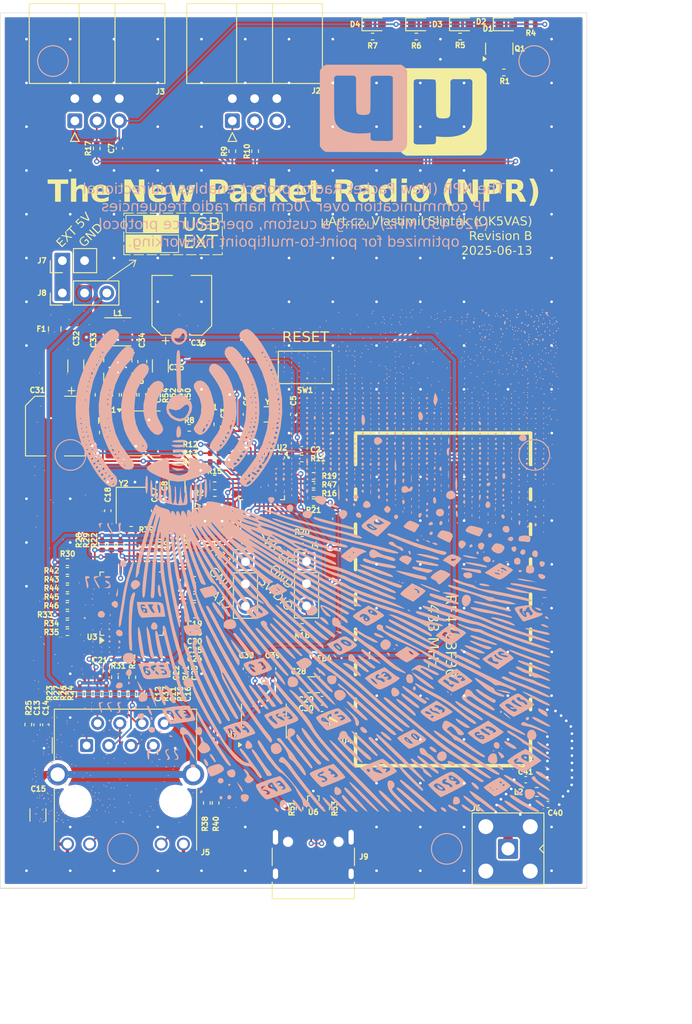
<source format=kicad_pcb>
(kicad_pcb
	(version 20241229)
	(generator "pcbnew")
	(generator_version "9.0")
	(general
		(thickness 1.6)
		(legacy_teardrops no)
	)
	(paper "A4")
	(title_block
		(title "The New Packet Radio (NPR)")
		(date "2025-06-13")
		(rev "B")
		(company "µArt.cz")
		(comment 1 "Vlastimil Slinták (OK5VAS)")
	)
	(layers
		(0 "F.Cu" signal)
		(2 "B.Cu" signal)
		(9 "F.Adhes" user "F.Adhesive")
		(11 "B.Adhes" user "B.Adhesive")
		(13 "F.Paste" user)
		(15 "B.Paste" user)
		(5 "F.SilkS" user "F.Silkscreen")
		(7 "B.SilkS" user "B.Silkscreen")
		(1 "F.Mask" user)
		(3 "B.Mask" user)
		(17 "Dwgs.User" user "User.Drawings")
		(19 "Cmts.User" user "User.Comments")
		(21 "Eco1.User" user "User.Eco1")
		(23 "Eco2.User" user "User.Eco2")
		(25 "Edge.Cuts" user)
		(27 "Margin" user)
		(31 "F.CrtYd" user "F.Courtyard")
		(29 "B.CrtYd" user "B.Courtyard")
		(35 "F.Fab" user)
		(33 "B.Fab" user)
		(39 "User.1" user)
		(41 "User.2" user)
		(43 "User.3" user)
		(45 "User.4" user)
	)
	(setup
		(pad_to_mask_clearance 0)
		(allow_soldermask_bridges_in_footprints no)
		(tenting front back)
		(aux_axis_origin 183.225 135.75)
		(grid_origin 183.225 135.75)
		(pcbplotparams
			(layerselection 0x00000000_00000000_55555555_5755f5ff)
			(plot_on_all_layers_selection 0x00000000_00000000_00000000_00000000)
			(disableapertmacros no)
			(usegerberextensions no)
			(usegerberattributes yes)
			(usegerberadvancedattributes yes)
			(creategerberjobfile yes)
			(dashed_line_dash_ratio 12.000000)
			(dashed_line_gap_ratio 3.000000)
			(svgprecision 4)
			(plotframeref no)
			(mode 1)
			(useauxorigin no)
			(hpglpennumber 1)
			(hpglpenspeed 20)
			(hpglpendiameter 15.000000)
			(pdf_front_fp_property_popups yes)
			(pdf_back_fp_property_popups yes)
			(pdf_metadata yes)
			(pdf_single_document no)
			(dxfpolygonmode yes)
			(dxfimperialunits yes)
			(dxfusepcbnewfont yes)
			(psnegative no)
			(psa4output no)
			(plot_black_and_white yes)
			(sketchpadsonfab no)
			(plotpadnumbers no)
			(hidednponfab no)
			(sketchdnponfab yes)
			(crossoutdnponfab yes)
			(subtractmaskfromsilk no)
			(outputformat 1)
			(mirror no)
			(drillshape 1)
			(scaleselection 1)
			(outputdirectory "")
		)
	)
	(net 0 "")
	(net 1 "GND")
	(net 2 "+3V3")
	(net 3 "/AVDD")
	(net 4 "Net-(U2-NRST)")
	(net 5 "Net-(U2-PC14)")
	(net 6 "Net-(U2-PC15)")
	(net 7 "/Ethernet/WZNT_DVCC")
	(net 8 "Net-(J5-RD+)")
	(net 9 "Net-(C11-Pad2)")
	(net 10 "Net-(C12-Pad2)")
	(net 11 "Net-(J5-RD-)")
	(net 12 "Net-(J5-TCT)")
	(net 13 "Net-(J5-RCT)")
	(net 14 "Net-(U3-XI{slash}CLKIN)")
	(net 15 "Net-(U3-XO)")
	(net 16 "Net-(U3-1V2O)")
	(net 17 "Net-(U3-TOCAP)")
	(net 18 "/Ethernet/WZNT_AVCC")
	(net 19 "Net-(U4-VCC)")
	(net 20 "+5V")
	(net 21 "Net-(U5-EN)")
	(net 22 "Net-(D1-K)")
	(net 23 "/LED_RX")
	(net 24 "Net-(D2-K)")
	(net 25 "Net-(D3-K)")
	(net 26 "/LED_CON")
	(net 27 "Net-(D4-K)")
	(net 28 "Net-(J8-Pin_2)")
	(net 29 "/TXD")
	(net 30 "/RXD")
	(net 31 "Net-(J3-Pin_3)")
	(net 32 "Net-(J2-Pin_1)")
	(net 33 "/Ethernet/ACT_LED")
	(net 34 "Net-(J2-Pin_3)")
	(net 35 "unconnected-(J2-Pin_5-Pad5)")
	(net 36 "/Ethernet/LINK_LED")
	(net 37 "Net-(J4-Pin_3)")
	(net 38 "/Power/VBUS")
	(net 39 "Net-(J4-Pin_1)")
	(net 40 "Net-(U7-V3)")
	(net 41 "Net-(J5-TD-)")
	(net 42 "unconnected-(J5-NC-Pad7)")
	(net 43 "Net-(J5-TD+)")
	(net 44 "Net-(U5-L2)")
	(net 45 "Net-(U5-L1)")
	(net 46 "Net-(Q1-B)")
	(net 47 "/LED_TX")
	(net 48 "Net-(U1-SIO1)")
	(net 49 "/SPI1_MISO")
	(net 50 "Net-(U1-SIO3)")
	(net 51 "Net-(U2-PH3)")
	(net 52 "Net-(U2-PA2)")
	(net 53 "/Radio/GPIO_{0}")
	(net 54 "/GPIO_{11}")
	(net 55 "/GPIO_{10}")
	(net 56 "Net-(U2-PA5)")
	(net 57 "/Radio/CLK")
	(net 58 "Net-(U2-PA7)")
	(net 59 "/Radio/MOSI")
	(net 60 "Net-(U2-PB3)")
	(net 61 "/SPI1_CLK")
	(net 62 "Net-(U2-PB5)")
	(net 63 "/SPI1_MOSI")
	(net 64 "Net-(U2-PA13)")
	(net 65 "Net-(U2-PA14)")
	(net 66 "Net-(U2-PA15)")
	(net 67 "Net-(U3-TXN)")
	(net 68 "Net-(U3-TXP)")
	(net 69 "Net-(U3-MISO)")
	(net 70 "Net-(U3-RXN)")
	(net 71 "Net-(U3-RXP)")
	(net 72 "Net-(U3-PMODE2)")
	(net 73 "Net-(U3-PMODE1)")
	(net 74 "Net-(U3-PMODE0)")
	(net 75 "Net-(U3-LINKLED)")
	(net 76 "Net-(U3-ACTLED)")
	(net 77 "Net-(U3-EXRES1)")
	(net 78 "Net-(J7-Pin_1)")
	(net 79 "Net-(J9-CC2)")
	(net 80 "Net-(R42-Pad2)")
	(net 81 "Net-(R43-Pad2)")
	(net 82 "Net-(R44-Pad2)")
	(net 83 "/Radio/MISO")
	(net 84 "Net-(U4-SDO)")
	(net 85 "unconnected-(J9-SBU2-PadB8)")
	(net 86 "Net-(U5-FB)")
	(net 87 "Net-(J9-CC1)")
	(net 88 "/SRAM_CS")
	(net 89 "unconnected-(U1-SIO2-Pad3)")
	(net 90 "/RF_SDN")
	(net 91 "/Radio/~{CS}")
	(net 92 "/RF_INT")
	(net 93 "unconnected-(U3-VBG-Pad18)")
	(net 94 "unconnected-(U3-NC-Pad46)")
	(net 95 "unconnected-(U3-SPDLED-Pad24)")
	(net 96 "unconnected-(U3-DUPLED-Pad26)")
	(net 97 "unconnected-(U3-RSVD-Pad23)")
	(net 98 "unconnected-(U3-NC-Pad47)")
	(net 99 "unconnected-(U3-DNC-Pad7)")
	(net 100 "unconnected-(U3-NC-Pad13)")
	(net 101 "unconnected-(U3-NC-Pad12)")
	(net 102 "unconnected-(J9-SBU1-PadA8)")
	(net 103 "Net-(R45-Pad2)")
	(net 104 "Net-(R46-Pad2)")
	(net 105 "Net-(R49-Pad2)")
	(net 106 "Net-(R52-Pad1)")
	(net 107 "/Ethernet/ETH_GND")
	(net 108 "unconnected-(U4-NC-Pad4)")
	(net 109 "unconnected-(U4-NC-Pad14)")
	(net 110 "unconnected-(U4-NC-Pad3)")
	(net 111 "/ETH_INT")
	(net 112 "/Ethernet/~{CS}")
	(net 113 "Net-(U2-PA3)")
	(net 114 "/Ethernet/~{RST}")
	(net 115 "/PA12")
	(net 116 "/PA11")
	(net 117 "/Power/D+")
	(net 118 "/Power/D-")
	(net 119 "unconnected-(U7-~{CTS}-Pad5)")
	(net 120 "unconnected-(U7-~{RTS}-Pad6)")
	(net 121 "unconnected-(U7-~{DTR}-Pad4)")
	(net 122 "Net-(D1-A)")
	(net 123 "/Radio/ANT1")
	(net 124 "/Radio/ANT2")
	(footprint "Resistor_SMD:R_0402_1005Metric" (layer "F.Cu") (at 137.8 83.15))
	(footprint "Capacitor_SMD:C_1206_3216Metric" (layer "F.Cu") (at 124.8375 76.1 -90))
	(footprint "Resistor_SMD:R_0402_1005Metric" (layer "F.Cu") (at 131.16 94.8))
	(footprint "Resistor_SMD:R_0402_1005Metric" (layer "F.Cu") (at 140.81 126.005 -90))
	(footprint "Capacitor_SMD:C_0402_1005Metric" (layer "F.Cu") (at 128.4315 79.36 -90))
	(footprint "Button_Switch_SMD:SW_SPST_CK_RS282G05A3" (layer "F.Cu") (at 151.0375 76.25 180))
	(footprint "Connector_PinHeader_2.54mm:PinHeader_1x03_P2.54mm_Vertical" (layer "F.Cu") (at 151.2 98.41))
	(footprint "Resistor_SMD:R_0402_1005Metric" (layer "F.Cu") (at 153.445 126.64 90))
	(footprint "Capacitor_SMD:C_0402_1005Metric" (layer "F.Cu") (at 144.325 110.67 90))
	(footprint "Capacitor_SMD:C_0402_1005Metric" (layer "F.Cu") (at 133.245 111.03 -90))
	(footprint "Resistor_SMD:R_0402_1005Metric" (layer "F.Cu") (at 150.69 95.95))
	(footprint "Capacitor_SMD:C_0402_1005Metric" (layer "F.Cu") (at 133.445 96.62 90))
	(footprint "Inductor_SMD:L_Taiyo-Yuden_MD-3030" (layer "F.Cu") (at 129.6375 72.18 180))
	(footprint "Resistor_SMD:R_0402_1005Metric" (layer "F.Cu") (at 130.4295 79.38 90))
	(footprint "Capacitor_SMD:C_0402_1005Metric" (layer "F.Cu") (at 121.41 117.07 90))
	(footprint "Resistor_SMD:R_0402_1005Metric" (layer "F.Cu") (at 150.395 126.64 90))
	(footprint "Resistor_SMD:R_0402_1005Metric" (layer "F.Cu") (at 173.7475 42.55))
	(footprint "Capacitor_SMD:C_0402_1005Metric" (layer "F.Cu") (at 132.445 96.62 90))
	(footprint "Connector_PinHeader_2.54mm:PinHeader_1x02_P2.54mm_Vertical" (layer "F.Cu") (at 123.3 64.05 90))
	(footprint "Connector_Coaxial:SMA_Amphenol_901-143_Horizontal" (layer "F.Cu") (at 174.225 131.25 180))
	(footprint "Capacitor_SMD:C_1206_3216Metric" (layer "F.Cu") (at 134.5 76.075 -90))
	(footprint "Resistor_SMD:R_0402_1005Metric" (layer "F.Cu") (at 140.7 87.05))
	(footprint "Resistor_SMD:R_0402_1005Metric" (layer "F.Cu") (at 140.725 90.6 180))
	(footprint "Resistor_SMD:R_0402_1005Metric" (layer "F.Cu") (at 123.885 100.5))
	(footprint "Resistor_SMD:R_0402_1005Metric" (layer "F.Cu") (at 150.65 86.65 180))
	(footprint "Resistor_SMD:R_0402_1005Metric" (layer "F.Cu") (at 131.4335 79.38 -90))
	(footprint "Capacitor_SMD:C_0603_1608Metric" (layer "F.Cu") (at 126.8275 75.5 -90))
	(footprint "Capacitor_SMD:C_0402_1005Metric" (layer "F.Cu") (at 131.29875 113.57 90))
	(footprint "Capacitor_SMD:C_0402_1005Metric" (layer "F.Cu") (at 133.845 92.62 90))
	(footprint "Inductor_SMD:L_0603_1608Metric" (layer "F.Cu") (at 137.545 93.8 -90))
	(footprint "Capacitor_SMD:C_0402_1005Metric" (layer "F.Cu") (at 152.975 115.2 180))
	(footprint "Fuse:Fuse_0805_2012Metric" (layer "F.Cu") (at 122.4275 71.85 90))
	(footprint "Capacitor_SMD:C_0402_1005Metric" (layer "F.Cu") (at 143.025 92.93 -90))
	(footprint "Resistor_SMD:R_0402_1005Metric" (layer "F.Cu") (at 132.284375 113.55 -90))
	(footprint "Capacitor_SMD:C_0402_1005Metric" (layer "F.Cu") (at 135.245 111.03 -90))
	(footprint "Resistor_SMD:R_0402_1005Metric" (layer "F.Cu") (at 127.845 96.6 90))
	(footprint "Resistor_SMD:R_0402_1005Metric" (layer "F.Cu") (at 123.885 98.5 180))
	(footprint "Capacitor_SMD:C_0402_1005Metric" (layer "F.Cu") (at 138.81 94.27 90))
	(footprint "Resistor_SMD:R_0402_1005Metric" (layer "F.Cu") (at 127.30625 113.55 90))
	(footprint "Resistor_SMD:R_0402_1005Metric" (layer "F.Cu") (at 128.311875 113.55 -90))
	(footprint "Resistor_SMD:R_0402_1005Metric" (layer "F.Cu") (at 168.7475 38.45))
	(footprint "Resistor_SMD:R_0402_1005Metric" (layer "F.Cu") (at 125.295 113.55 -90))
	(footprint "Resistor_SMD:R_0402_1005Metric" (layer "F.Cu") (at 140.7 85.05 180))
	(footprint "Resistor_SMD:R_0402_1005Metric"
		(layer "F.Cu")
		(uuid "5e00371c-cd3a-49e7-9767-4d13e2402582")
		(at 123.875 99.5)
		(descr "Resistor SMD 0402 (1005 Metric), square (rectangular) end terminal, IPC-7351 nominal, (Body size source: IPC-SM-782 page 72, https://www.pcb-3d.com/wordpress/wp-content/uploads/ipc-sm-782a_amendment_1_and_2.pdf), generated with kicad-footprint-generator")
		(tags "resistor")
		(property "Reference" "R42"
			(at -1.815 -0.03 0)
			(layer "F.SilkS")
			(uuid "73d18928-b6d2-406b-93b8-4bdee8461dd4")
			(effects
				(font
					(size 0.6 0.6)
					(thickness 0.15)
				)
			)
		)
		(property "Value" "10k"
			(at 0 1.17 0)
			(layer "F.Fab")
			(uuid "2bb2212b-2181-4601-ace0-6deb41be0d2b")
			(effects
				(font
					(size 1 1)
					(thickness 0.15)
				)
			)
		)
		(property "Datasheet" "~"
			(at 0 0 0)
			(unlocked yes)
			(layer "F.Fab")
			(hide yes)
			(uuid "3ff33fd6-9bb2-40b6-88ea-f05eac4e7faa")
			(effects
				(font
					(size 0.8 0.8)
					(thickness 0.15)
				)
			)
		)
		(property "Description" "Resistor"
			(at 0 0 0)
			(unlocked yes)
			(layer "F.Fab")
			(hide yes)
			(uuid "3e434eb3-622d-4363-8be5-02d974a3a0f9")
			(effects
				(font
					(size 0.8 0.8)
					(thickness 0.15)
				)
			)
		)
		(property "LCSC" "C25744"
			(at 0 0 0)
			(unlocked yes)
			(layer "F.Fab")
			(hide yes)
			(uuid "c364fe73-a8d6-4e0c-9722-b56ca60301f3")
			(effects
				(font
					(size 0.8 0.8)
					(thickness 0.15)
				)
			)
		)
		(property ki_fp_filters "R_*")
		(path "/98192c88-810f-4144-9050-06bf3fff717e/e9096298-c700-42ba-8b32-4d992e2fb615")
		(sheetname "/Ethernet/")
		(sheetfile "npr-ethernet.kicad_sch")
		(attr smd)
		(fp_line
			(start -0.153641 -0.38)
			(end 0.153641 -0.38)
			(stroke
				(width 0.12)
				(type solid)
			)
			(layer "F.SilkS")
			(uuid "8704ec3d-8c4a-451f-91f6-15871a47a2b5")
		)
		(fp_line
... [2230516 chars truncated]
</source>
